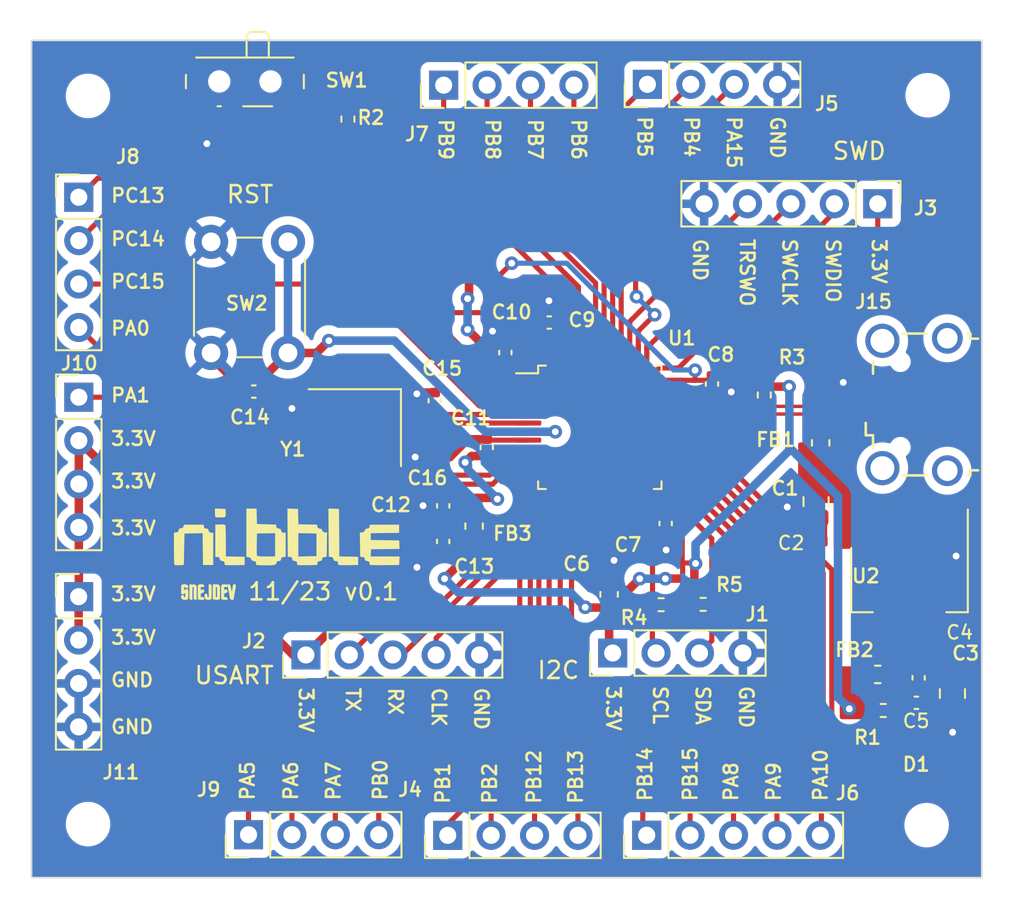
<source format=kicad_pcb>
(kicad_pcb (version 20221018) (generator pcbnew)
  (layers (0 "F.Cu" mixed) (31 "B.Cu" mixed) (34 "B.Paste" user) (35 "F.Paste" user) (36 "B.SilkS" user "B.Silkscreen") (37 "F.SilkS" user "F.Silkscreen") (38 "B.Mask" user) (39 "F.Mask" user) (44 "Edge.Cuts" user))
  (net 0 "")
  (net 1 "GND")
  (net 2 "Net-(U2-VO)")
  (net 3 "+3.3V")
  (net 4 "+3.3VA")
  (net 5 "/NRST")
  (net 6 "/RCC_OSC_IN")
  (net 7 "/RCC_OSC_OUT")
  (net 8 "Net-(D1-A)")
  (net 9 "VBUS")
  (net 10 "/I2C_SCL")
  (net 11 "/I2C_SDA")
  (net 12 "/USART2_TX")
  (net 13 "/USART2_RX")
  (net 14 "/USART2_CLK")
  (net 15 "/SWDIO")
  (net 16 "/SWCLK")
  (net 17 "/TRACESWO")
  (net 18 "PA0")
  (net 19 "PA1")
  (net 20 "PA5")
  (net 21 "PA6")
  (net 22 "PA7")
  (net 23 "PA8")
  (net 24 "PA9")
  (net 25 "PA10")
  (net 26 "PA15")
  (net 27 "PB0")
  (net 28 "PB1")
  (net 29 "PB2")
  (net 30 "PB4")
  (net 31 "PB5")
  (net 32 "PB6")
  (net 33 "PB7")
  (net 34 "PB8")
  (net 35 "PB9")
  (net 36 "PB12")
  (net 37 "PB13")
  (net 38 "PB14")
  (net 39 "PB15")
  (net 40 "PC13")
  (net 41 "PC14")
  (net 42 "PC15")
  (net 43 "/USB_D-")
  (net 44 "/USB_D+")
  (net 47 "Net-(SW1-A)")
  (net 48 "/BOOT0")
  (net 49 "Net-(U2-VI)")
  (footprint "Resistor_SMD:R_0402_1005Metric" (layer "F.Cu") (at 138.89 109.52)
    (fp_text reference "R1")
    (fp_text value "1k5")
  )
  (footprint "Button_Switch_THT:SW_PUSH_6mm" (layer "F.Cu") (at 99.56 88.6 90)
    (fp_text reference "SW2")
    (fp_text value "SW_Push")
  )
  (footprint "Package_TO_SOT_SMD:SOT-223-3_TabPin2" (layer "F.Cu") (at 140.43 101.86 -90)
    (fp_text reference "U2")
    (fp_text value "AMS1117-3.3")
  )
  (footprint "LOGO" (layer "F.Cu") (at 103.985692 99.186492)
    (fp_text reference "G***" hide)
    (fp_text value "LOGO" hide)
  )
  (footprint "Capacitor_SMD:C_0805_2012Metric" (layer "F.Cu") (at 142.94 108.53 -90)
    (fp_text reference "C3")
    (fp_text value "22u")
  )
  (footprint "LED_SMD:LED_0603_1608Metric" (layer "F.Cu") (at 140.8176 111.3028 180)
    (fp_text reference "D1")
    (fp_text value "LED")
  )
  (footprint "Connector_PinHeader_2.54mm:PinHeader_1x04_P2.54mm_Vertical" (layer "F.Cu") (at 113.4075 116.826 90)
    (fp_text reference "J4")
    (fp_text value "GPIO")
  )
  (footprint "Package_QFP:LQFP-48_7x7mm_P0.5mm" (layer "F.Cu") (at 122.3075 92.95)
    (fp_text reference "U1")
    (fp_text value "STM32F103C8Tx")
  )
  (footprint "Button_Switch_SMD:SW_SPDT_PCM12" (layer "F.Cu") (at 101.5375 73.045 180)
    (fp_text reference "SW1")
    (fp_text value "SW_SPDT")
  )
  (footprint "Capacitor_SMD:C_0402_1005Metric" (layer "F.Cu") (at 112.61 94.21 -90)
    (fp_text reference "C16")
    (fp_text value "10p")
  )
  (footprint "Inductor_SMD:L_0603_1608Metric" (layer "F.Cu") (at 138.57 107.41 180)
    (fp_text reference "FB2")
    (fp_text value "120R")
  )
  (footprint "Connector_PinHeader_2.54mm:PinHeader_1x04_P2.54mm_Vertical" (layer "F.Cu") (at 91.8175 79.488)
    (fp_text reference "J8")
    (fp_text value "GPIO")
  )
  (footprint "Connector_PinHeader_2.54mm:PinHeader_1x04_P2.54mm_Vertical" (layer "F.Cu") (at 91.82 91.19)
    (fp_text reference "J10")
    (fp_text value "GPIO")
  )
  (footprint "Resistor_SMD:R_0402_1005Metric" (layer "F.Cu") (at 131.93 91.06 -90)
    (fp_text reference "R3")
    (fp_text value "1K5")
  )
  (footprint "Capacitor_SMD:C_0402_1005Metric" (layer "F.Cu") (at 116.78 88.58 90)
    (fp_text reference "C10")
    (fp_text value "100n")
  )
  (footprint "Capacitor_SMD:C_0402_1005Metric" (layer "F.Cu") (at 102.06 90.86 180)
    (fp_text reference "C14")
    (fp_text value "0.1u")
  )
  (footprint "Capacitor_SMD:C_0603_1608Metric" (layer "F.Cu") (at 122.85 102.725 90)
    (fp_text reference "C6")
    (fp_text value "10u")
  )
  (footprint "Resistor_SMD:R_0402_1005Metric" (layer "F.Cu") (at 107.5655 74.916 90)
    (fp_text reference "R2")
    (fp_text value "10K")
  )
  (footprint "Resistor_SMD:R_0402_1005Metric" (layer "F.Cu") (at 128.35 103.31 180)
    (fp_text reference "R5")
    (fp_text value "1K5")
  )
  (footprint "Connector_PinHeader_2.54mm:PinHeader_1x05_P2.54mm_Vertical" (layer "F.Cu") (at 105.11 106.27 90)
    (fp_text reference "J2")
    (fp_text value "USART")
  )
  (footprint "Capacitor_SMD:C_0805_2012Metric" (layer "F.Cu") (at 134.96 97.3 -90)
    (fp_text reference "C1")
    (fp_text value "22u")
  )
  (footprint "Connector_PinHeader_2.54mm:PinHeader_1x04_P2.54mm_Vertical" (layer "F.Cu") (at 123.0595 106.158 90)
    (fp_text reference "J1")
    (fp_text value "I2C")
  )
  (footprint "MountingHole:MountingHole_2.2mm_M2" (layer "F.Cu") (at 92.3575 73.56)
    (fp_text reference "H2" hide)
    (fp_text value "MountingHole")
  )
  (footprint "Inductor_SMD:L_0603_1608Metric" (layer "F.Cu") (at 135.23 93.86 -90)
    (fp_text reference "FB1")
    (fp_text value "120R")
  )
  (footprint "Capacitor_SMD:C_0402_1005Metric" (layer "F.Cu") (at 135.8392 99.6188 180)
    (fp_text reference "C2")
    (fp_text value "0.1u")
  )
  (footprint "Connector_PinHeader_2.54mm:PinHeader_1x05_P2.54mm_Vertical" (layer "F.Cu") (at 125.05 116.82 90)
    (fp_text reference "J6")
    (fp_text value "GPIO")
  )
  (footprint "Resistor_SMD:R_0402_1005Metric" (layer "F.Cu") (at 125.893 103.33)
    (fp_text reference "R4")
    (fp_text value "1K5")
  )
  (footprint "Capacitor_SMD:C_0402_1005Metric" (layer "F.Cu") (at 140.96 107.61 -90)
    (fp_text reference "C4")
    (fp_text value "10n")
  )
  (footprint "Connector_PinHeader_2.54mm:PinHeader_1x05_P2.54mm_Vertical" (layer "F.Cu") (at 138.57 79.87 -90)
    (fp_text reference "J3")
    (fp_text value "SWD")
  )
  (footprint "Capacitor_SMD:C_0402_1005Metric" (layer "F.Cu") (at 115.69 94.13 90)
    (fp_text reference "C11")
    (fp_text value "10n")
  )
  (footprint "MountingHole:MountingHole_2.2mm_M2" (layer "F.Cu") (at 92.36 116.17)
    (fp_text reference "H1" hide)
    (fp_text value "MountingHole")
  )
  (footprint "Capacitor_SMD:C_0402_1005Metric" (layer "F.Cu") (at 113.14 99.63 -90)
    (fp_text reference "C13")
    (fp_text value "1u")
  )
  (footprint "Capacitor_SMD:C_0402_1005Metric" (layer "F.Cu") (at 113.144 97.5485 -90)
    (fp_text reference "C12")
    (fp_text value "1u")
  )
  (footprint "MountingHole:MountingHole_2.2mm_M2" (layer "F.Cu") (at 141.43 116.23)
    (fp_text reference "H4" hide)
    (fp_text value "MountingHole")
  )
  (footprint "Capacitor_SMD:C_0402_1005Metric" (layer "F.Cu") (at 126.16 98.58 -90)
    (fp_text reference "C7")
    (fp_text value "100n")
  )
  (footprint "Connector_PinHeader_2.54mm:PinHeader_1x04_P2.54mm_Vertical" (layer "F.Cu") (at 125.0915 72.884 90)
    (fp_text reference "J5")
    (fp_text value "GPIO")
  )
  (footprint "MountingHole:MountingHole_2.2mm_M2" (layer "F.Cu") (at 141.49 73.52)
    (fp_text reference "H3" hide)
    (fp_text value "MountingHole")
  )
  (footprint "Capacitor_SMD:C_0402_1005Metric" (layer "F.Cu") (at 140.83 109.07)
    (fp_text reference "C5")
    (fp_text value "0.1u")
  )
  (footprint "Connector_PinHeader_2.54mm:PinHeader_1x04_P2.54mm_Vertical" (layer "F.Cu") (at 113.17 72.93 90)
    (fp_text reference "J7")
    (fp_text value "GPIO")
  )
  (footprint "Connector_PinHeader_2.54mm:PinHeader_1x04_P2.54mm_Vertical" (layer "F.Cu") (at 91.81 102.86)
    (fp_text reference "J11")
    (fp_text value "PWR")
  )
  (footprint "LOGO" (layer "F.Cu") (at 99.368561 102.685781)
    (fp_text reference "G***" hide)
    (fp_text value "LOGO" hide)
  )
  (footprint "Capacitor_SMD:C_0402_1005Metric" (layer "F.Cu") (at 128.87 90.42 -90)
    (fp_text reference "C8")
    (fp_text value "100n")
  )
  (footprint "Connector_PinHeader_2.54mm:PinHeader_1x04_P2.54mm_Vertical" (layer "F.Cu") (at 101.75 116.79 90)
    (fp_text reference "J9")
    (fp_text value "GPIO")
  )
  (footprint "Capacitor_SMD:C_0402_1005Metric" (layer "F.Cu") (at 112.6455 91.398 90)
    (fp_text reference "C15")
    (fp_text value "10p")
  )
  (footprint "Inductor_SMD:L_0603_1608Metric" (layer "F.Cu") (at 114.95 98.73 -90)
    (fp_text reference "FB3")
    (fp_text value "120R")
  )
  (footprint "Capacitor_SMD:C_0402_1005Metric" (layer "F.Cu") (at 119.35 86.82)
    (fp_text reference "C9")
    (fp_text value "100n")
  )
  (footprint "Crystal:Crystal_SMD_3225-4Pin_3.2x2.5mm_HandSoldering" (layer "F.Cu") (at 107.97 92.97 180)
    (fp_text reference "Y1")
    (fp_text value "16Mhz")
  )
  (footprint "Connector_USB:USB_Micro-B_Wuerth_629105150521_CircularHoles" (layer "F.Cu") (at 140.6925 91.615 90)
    (fp_text reference "J15")
    (fp_text value "USB_B_Micro")
  )
  (gr_rect (start 89.0575 70.31) (end 144.6575 119.3) (stroke (width 0.1)) (fill none) (layer "Edge.Cuts"))
  (gr_text "PB8" (at 115.57 74.8284 270) (layer "F.SilkS") (effects (font (size 0.8 0.8)) (justify left bottom)))
  (gr_text "RST" (at 100.3808 79.9084) (layer "F.SilkS") (effects (font (size 1 1)) (justify left bottom)))
  (gr_text "CLK" (at 112.4204 108.1024 270) (layer "F.SilkS") (effects (font (size 0.8 0.8)) (justify left bottom)))
  (gr_text "PA8" (at 130.4544 114.9096 90) (layer "F.SilkS") (effects (font (size 0.8 0.8)) (justify left bottom)))
  (gr_text "PB14" (at 125.4252 114.9096 90) (layer "F.SilkS") (effects (font (size 0.8 0.8)) (justify left bottom)))
  (gr_text "PB0" (at 109.9312 114.8588 90) (layer "F.SilkS") (effects (font (size 0.8 0.8)) (justify left bottom)))
  (gr_text "I2C" (at 118.5672 107.7468) (layer "F.SilkS") (effects (font (size 1 1)) (justify left bottom)))
  (gr_text "PC15" (at 93.6244 84.8868) (layer "F.SilkS") (effects (font (size 0.8 0.8)) (justify left bottom)))
  (gr_text "PA5" (at 102.1588 114.8588 90) (layer "F.SilkS") (effects (font (size 0.8 0.8)) (justify left bottom)))
  (gr_text "USART" (at 98.5012 108.0516) (layer "F.SilkS") (effects (font (size 1 1)) (justify left bottom)))
  (gr_text "PB13" (at 121.3612 115.062 90) (layer "F.SilkS") (effects (font (size 0.8 0.8)) (justify left bottom)))
  (gr_text "PA10" (at 135.6868 114.9096 90) (layer "F.SilkS") (effects (font (size 0.8 0.8)) (justify left bottom)))
  (gr_text "TRSWO" (at 130.4544 81.8388 270) (layer "F.SilkS") (effects (font (size 0.8 0.8)) (justify left bottom)))
  (gr_text "3.3V" (at 93.6244 94.0816) (layer "F.SilkS") (effects (font (size 0.8 0.8)) (justify left bottom)))
  (gr_text "SWCLK" (at 132.9436 81.8388 270) (layer "F.SilkS") (effects (font (size 0.8 0.8)) (justify left bottom)))
  (gr_text "3.3V" (at 93.6244 96.5708) (layer "F.SilkS") (effects (font (size 0.8 0.8)) (justify left bottom)))
  (gr_text "PB6" (at 120.5992 74.8284 270) (layer "F.SilkS") (effects (font (size 0.8 0.8)) (justify left bottom)))
  (gr_text "GND" (at 93.6244 108.204) (layer "F.SilkS") (effects (font (size 0.8 0.8)) (justify left bottom)))
  (gr_text "PB12" (at 118.9228 115.062 90) (layer "F.SilkS") (effects (font (size 0.8 0.8)) (justify left bottom)))
  (gr_text "PA9" (at 132.9436 114.9096 90) (layer "F.SilkS") (effects (font (size 0.8 0.8)) (justify left bottom)))
  (gr_text "PC13" (at 93.6244 79.8576) (layer "F.SilkS") (effects (font (size 0.8 0.8)) (justify left bottom)))
  (gr_text "3.3V" (at 138.176 81.8388 270) (layer "F.SilkS") (effects (font (size 0.8 0.8)) (justify left bottom)))
  (gr_text "3.3V" (at 93.6244 103.1748) (layer "F.SilkS") (effects (font (size 0.8 0.8)) (justify left bottom)))
  (gr_text "PB4" (at 127.2032 74.676 270) (layer "F.SilkS") (effects (font (size 0.8 0.8)) (justify left bottom)))
  (gr_text "PA6" (at 104.6988 114.8588 90) (layer "F.SilkS") (effects (font (size 0.8 0.8)) (justify left bottom)))
  (gr_text "GND" (at 130.4036 108.0008 270) (layer "F.SilkS") (effects (font (size 0.8 0.8)) (justify left bottom)))
  (gr_text "SWDIO\n" (at 135.4836 81.8388 270) (layer "F.SilkS") (effects (font (size 0.8 0.8)) (justify left bottom)))
  (gr_text "3.3V" (at 93.6244 99.314) (layer "F.SilkS") (effects (font (size 0.8 0.8)) (justify left bottom)))
  (gr_text "GND" (at 114.9096 108.1024 270) (layer "F.SilkS") (effects (font (size 0.8 0.8)) (justify left bottom)))
  (gr_text "PA7" (at 107.188 114.8588 90) (layer "F.SilkS") (effects (font (size 0.8 0.8)) (justify left bottom)))
  (gr_text "PA15" (at 129.6924 74.676 270) (layer "F.SilkS") (effects (font (size 0.8 0.8)) (justify left bottom)))
  (gr_text "SDA" (at 127.8636 108.0008 270) (layer "F.SilkS") (effects (font (size 0.8 0.8)) (justify left bottom)))
  (gr_text "PB9" (at 112.8268 74.8284 270) (layer "F.SilkS") (effects (font (size 0.8 0.8)) (justify left bottom)))
  (gr_text "PB2" (at 116.332 115.062 90) (layer "F.SilkS") (effects (font (size 0.8 0.8)) (justify left bottom)))
  (gr_text "SWD" (at 135.8392 77.3684) (layer "F.SilkS") (effects (font (size 1 1)) (justify left bottom)))
  (gr_text "PA0\n" (at 93.6244 87.63) (layer "F.SilkS") (effects (font (size 0.8 0.8)) (justify left bottom)))
  (gr_text "GND" (at 93.6244 110.9472) (layer "F.SilkS") (effects (font (size 0.8 0.8)) (justify left bottom)))
  (gr_text "3.3V" (at 93.6244 105.7148) (layer "F.SilkS") (effects (font (size 0.8 0.8)) (justify left bottom)))
  (gr_text "3.3V" (at 122.6312 108.0008 270) (layer "F.SilkS") (effects (font (size 0.8 0.8)) (justify left bottom)))
  (gr_text "RX" (at 109.8804 108.1024 270) (layer "F.SilkS") (effects (font (size 0.8 0.8)) (justify left bottom)))
  (gr_text "GND" (at 132.2324 74.676 270) (layer "F.SilkS") (effects (font (size 0.8 0.8)) (justify left bottom)))
  (gr_text "GND" (at 127.7112 81.8388 270) (layer "F.SilkS") (effects (font (size 0.8 0.8)) (justify left bottom)))
  (gr_text "PB5" (at 124.46 74.676 270) (layer "F.SilkS") (effects (font (size 0.8 0.8)) (justify left bottom)))
  (gr_text "PB15\n" (at 128.0668 114.9096 90) (layer "F.SilkS") (effects (font (size 0.8 0.8)) (justify left bottom)))
  (gr_text "3.3V" (at 104.648 108.1024 270) (layer "F.SilkS") (effects (font (size 0.8 0.8)) (justify left bottom)))
  (gr_text "11/23 v0.1" (at 101.648892 103.148892) (layer "F.SilkS") (effects (font (size 1 1)) (justify left bottom)))
  (gr_text "PC14" (at 93.6244 82.3976) (layer "F.SilkS") (effects (font (size 0.8 0.8)) (justify left bottom)))
  (gr_text "PB7" (at 118.0592 74.8284 270) (layer "F.SilkS") (effects (font (size 0.8 0.8)) (justify left bottom)))
  (gr_text "PB1" (at 113.5888 115.062 90) (layer "F.SilkS") (effects (font (size 0.8 0.8)) (justify left bottom)))
  (gr_text "TX" (at 107.3912 108.1024 270) (layer "F.SilkS") (effects (font (size 0.8 0.8)) (justify left bottom)))
  (gr_text "PA1" (at 93.6244 91.5416) (layer "F.SilkS") (effects (font (size 0.8 0.8)) (justify left bottom)))
  (gr_text "SCL\n" (at 125.3744 108.0008 270) (layer "F.SilkS") (effects (font (size 0.8 0.8)) (justify left bottom)))
  (segment (start 119.83 86.048) (end 119.3292 85.5472) (width 0.3) (layer "F.Cu") (net 1))
  (segment (start 128.87 90.9) (end 129.9784 90.9) (width 0.3) (layer "F.Cu") (net 1))
  (segment (start 112.61 94.69) (end 111.5072 94.69) (width 0.5) (layer "F.Cu") (net 1))
  (segment (start 115.74 93.7) (end 118.145 93.7) (width 0.3) (layer "F.Cu") (net 1))
  (segment (start 115.69 93.65) (end 115.74 93.7) (width 0.3) (layer "F.Cu") (net 1))
  (segment (start 135.3592 99.6188) (end 135.3592 98.6492) (width 0.5) (layer "F.Cu") (net 1))
  (segment (start 142.73 98.71) (end 142.73 100.058) (width 0.3) (layer "F.Cu") (net 1))
  (segment (start 124.5575 97.951041) (end 125.666459 99.06) (width 0.3) (layer "F.Cu") (net 1))
  (segment (start 111.6724 90.918) (end 111.599512 90.990888) (width 0.5) (layer "F.Cu") (net 1))
  (segment (start 99.56 88.6) (end 99.56 88.84) (width 0.5) (layer "F.Cu") (net 1))
  (segment (start 126.47 90.7) (end 128.67 90.7) (width 0.3) (layer "F.Cu") (net 1))
  (segment (start 124.5575 97.1125) (end 124.5575 97.951041) (width 0.3) (layer "F.Cu") (net 1))
  (segment (start 136.5578 90.315) (end 136.5504 90.3224) (width 0.3) (layer "F.Cu") (net 1))
  (segment (start 125.666459 99.06) (end 126.16 99.06) (width 0.3) (layer "F.Cu") (net 1))
  (segment (start 112.4557 98.0285) (end 111.9632 97.536) (width 0.5) (layer "F.Cu") (net 1))
  (segment (start 99.56 88.84) (end 101.58 90.86) (width 0.5) (layer "F.Cu") (net 1))
  (segment (start 99.2875 74.475) (end 99.2875 76.3259) (width 0.5) (layer "F.Cu") (net 1))
  (segment (start 119.83 86.82) (end 119.83 86.048) (width 0.3) (layer "F.Cu") (net 1))
  (segment (start 120.0575 87.0475) (end 120.0575 88.7875) (width 0.3) (layer "F.Cu") (net 1))
  (segment (start 106.52 91.82) (end 104.3188 91.82) (width 0.5) (layer "F.Cu") (net 1))
  (segment (start 126.16 99.06) (end 126.16 100.0996) (width 0.3) (layer "F.Cu") (net 1))
  (segment (start 116.78 88.1) (end 116.78 88.078) (width 0.5) (layer "F.Cu") (net 1))
  (segment (start 112.6455 90.918) (end 111.6724 90.918) (width 0.5) (layer "F.Cu") (net 1))
  (segment (start 104.3188 91.82) (end 104.2924 91.8464) (width 0.5) (layer "F.Cu") (net 1))
  (segment (start 133.911272 98.25) (end 133.273636 97.612364) (width 0.5) (layer "F.Cu") (net 1))
  (segment (start 142.94 110.7836) (end 142.9512 110.7948) (width 0.3) (layer "F.Cu") (net 1))
  (segment (start 119.83 86.82) (end 120.0575 87.0475) (width 0.3) (layer "F.Cu") (net 1))
  (segment (start 128.67 90.7) (end 128.87 90.9) (width 0.3) (layer "F.Cu") (net 1))
  (segment (start 116.78 88.078) (end 116.0272 87.3252) (width 0.5) (layer "F.Cu") (net 1))
  (segment (start 142.94 109.48) (end 142.94 110.7836) (width 0.3) (layer "F.Cu") (net 1))
  (segment (start 99.2875 76.3259) (end 99.314 76.3524) (width 0.5) (layer "F.Cu") (net 1))
  (segment (start 142.73 100.058) (end 143.1544 100.4824) (width 0.3) (layer "F.Cu") (net 1))
  (segment (start 112.61 94.69) (end 113.538418 94.69) (width 0.5) (layer "F.Cu") (net 1))
  (segment (start 129.9784 90.9) (end 129.9972 90.8812) (width 0.3) (layer "F.Cu") (net 1))
  (segment (start 114.578418 93.65) (end 115.69 93.65) (width 0.5) (layer "F.Cu") (net 1))
  (segment (start 113.538418 94.69) (end 114.578418 93.65) (width 0.5) (layer "F.Cu") (net 1))
  (segment (start 135.3592 98.6492) (end 134.96 98.25) (width 0.5) (layer "F.Cu") (net 1))
  (segment (start 122.85 101.95) (end 122.85 101.0256) (width 0.3) (layer "F.Cu") (net 1))
  (segment (start 112.6404 100.11) (end 111.6076 101.1428) (width 0.5) (layer "F.Cu") (net 1))
  (segment (start 138.7925 90.315) (end 136.5578 90.315) (width 0.3) (layer "F.Cu") (net 1))
  (segment (start 113.14 100.11) (end 112.6404 100.11) (width 0.5) (layer "F.Cu") (net 1))
  (segment (start 106.52 91.82) (end 106.52 94.12) (width 0.5) (layer "F.Cu") (net 1))
  (segment (start 122.85 101.0256) (end 123.1392 100.7364) (width 0.3) (layer "F.Cu") (net 1))
  (segment (start 111.5072 94.69) (end 111.506 94.6912) (width 0.5) (layer "F.Cu") (net 1))
  (segment (start 134.96 98.25) (end 133.911272 98.25) (width 0.5) (layer "F.Cu") (net 1))
  (segment (start 126.16 100.0996) (end 126.1872 100.1268) (width 0.3) (layer "F.Cu") (net 1))
  (segment (start 113.144 98.0285) (end 112.4557 98.0285) (width 0.5) (layer "F.Cu") (net 1))
  (via (at 142.9512 110.7948) (size 0.8) (drill 0.4) (layers "F.Cu" "B.Cu") (net 1))
  (via (at 126.1872 100.1268) (size 0.8) (drill 0.4) (layers "F.Cu" "B.Cu") (net 1))
  (via (at 119.3292 85.5472) (size 0.8) (drill 0.4) (layers "F.Cu" "B.Cu") (net 1))
  (via (at 136.5504 90.3224) (size 0.8) (drill 0.4) (layers "F.Cu" "B.Cu") (net 1))
  (via (at 111.599512 90.990888) (size 0.8) (drill 0.4) (layers "F.Cu" "B.Cu") (net 1))
  (via (at 129.9972 90.8812) (size 0.8) (drill 0.4) (layers "F.Cu" "B.Cu") (net 1))
  (via (at 99.314 76.3524) (size 0.8) (drill 0.4) (layers "F.Cu" "B.Cu") (net 1))
  (via (at 116.0272 87.3252) (size 0.8) (drill 0.4) (layers "F.Cu" "B.Cu") (net 1))
  (via (at 143.1544 100.4824) (size 0.8) (drill 0.4) (layers "F.Cu" "B.Cu") (net 1))
  (via (at 111.506 94.6912) (size 0.8) (drill 0.4) (layers "F.Cu" "B.Cu") (net 1))
  (via (at 133.273636 97.612364) (size 0.8) (drill 0.4) (layers "F.Cu" "B.Cu") (net 1))
  (via (at 104.2924 91.8464) (size 0.8) (drill 0.4) (layers "F.Cu" "B.Cu") (net 1))
  (via (at 111.9632 97.536) (size 0.8) (drill 0.4) (layers "F.Cu" "B.Cu") (net 1))
  (via (at 111.6076 101.1428) (size 0.8) (drill 0.4) (layers "F.Cu" "B.Cu") (net 1))
  (via (at 123.1392 100.7364) (size 0.8) (drill 0.4) (layers "F.Cu" "B.Cu") (net 1))
  (segment (start 142.94 107.58) (end 142.67 107.31) (width 0.3) (layer "F.Cu") (net 2))
  (segment (start 127.8788 100.8888) (end 127.13 100.8888) (width 0.3) (layer "F.Cu") (net 3))
  (segment (start 127.1524 100.9112) (end 127.1524 103.3076) (width 0.3) (layer "F.Cu") (net 3))
  (segment (start 116.78 89.06) (end 117.005 89.06) (width 0.3) (layer "F.Cu") (net 3))
  (segment (start 126.16 98.1) (end 126.202965 98.1) (width 0.3) (layer "F.Cu") (net 3))
  (segment (start 91.82 93.73) (end 91.82 96.27) (width 0.5) (layer "F.Cu") (net 3))
  (segment (start 114.95 99.5175) (end 114.95 100.08) (width 0.5) (layer "F.Cu") (net 3))
  (segment (start 127.91 100.92) (end 127.8788 100.8888) (width 0.3) (layer "F.Cu") (net 3))
  (segment (start 114.655 82.605) (end 116.285 84.235) (width 0.5) (layer "F.Cu") (net 3))
  (segment (start 118.87 88.1) (end 118.87 86.82) (width 0.3) (layer "F.Cu") (net 3))
  (segment (start 121.47 103.5) (end 121.45 103.48) (width 0.5) (layer "F.Cu") (net 3))
  (segment (start 131.95 90.57) (end 131.93 90.55) (width 0.5) (layer "F.Cu") (net 3))
  (segment (start 138.38 109.52) (end 137.0028 109.52) (width 0.5) (layer "F.Cu") (net 3))
  (segment (start 91.82 93.73) (end 104.36 106.27) (width 0.5) (layer "F.Cu") (net 3))
  (segment (start 114.5825 99.15) (end 114.95 99.5175) (width 0.5) (layer "F.Cu") (net 3))
  (segment (start 127.13 100.8888) (end 127.1524 100.9112) (width 0.3) (layer "F.Cu") (net 3))
  (segment (start 122.9505 103.5) (end 124.6405 101.81) (width 0.5) (layer "F.Cu") (net 3))
  (segment (start 91.82 96.27) (end 91.82 98.81) (width 0.5) (layer "F.Cu") (net 3))
  (segment (start 116.285 84.215) (end 116.285 84.235) (width 0.3) (layer "F.Cu") (net 3))
  (segment (start 128.61 90.2) (end 128.87 89.94) (width 0.3) (layer "F.Cu") (net 3))
  (segment (start 116.285 84.235) (end 118.87 86.82) (width 0.5) (layer "F.Cu") (net 3))
  (segment (start 122.85 103.5) (end 121.47 103.5) (width 0.5) (layer "F.Cu") (net 3))
  (segment (start 105.11 106.27) (end 104.36 106.27) (width 0.5) (layer "F.Cu") (net 3))
  (segment (start 116.4 89.06) (end 116.78 89.06) (width 0.5) (layer "F.Cu") (net 3))
  (segment (start 107.5655 75.426) (end 107.5655 75.5155) (width 0.5) (layer "F.Cu") (net 3))
  (segment (start 131.93 90.55) (end 131.93 88.89) (width 0.3) (layer "F.Cu") (net 3))
  (segment (start 114.57 87.23) (end 116.4 89.06) (width 0.5) (layer "F.Cu") (net 3))
  (segment (start 127.13 99.027035) (end 127.13 100.8888) (width 0.3) (layer "F.Cu") (net 3))
  (segment (start 122.85 103.5) (end 122.85 105.9485) (width 0.5) (layer "F.Cu") (net 3))
  (segment (start 117.005 89.06) (end 118.145 90.2) (width 0.3) (layer "F.Cu") (net 3))
  (segment (start 113.14 99.15) (end 114.5825 99.15) (width 0.5) (layer "F.Cu") (net 3))
  (segment (start 126.202965 98.1) (end 127.13 99.027035) (width 0.3) (layer "F.Cu") (net 3))
  (segment (start 125.0575 97.1125) (end 125.1725 97.1125) (width 0.3) (layer "F.Cu") (net 3))
  (segment (start 127.88 89.61) (end 127.88 90.2) (width 0.3) (layer "F.Cu") (net 3))
  (segment (start 126.1395 101.81) (end 126.1463 101.8032) (width 0.5) (layer "F.Cu") (net 3))
  (segment (start 126.1463 101.8032) (end 127.13 101.8032) (width 0.5) (layer "F.Cu") (net 3))
  (segment (start 91.82 98.81) (end 91.82 102.85) (width 0.5) (layer "F.Cu") (net 3))
  (segment (start 131.93 88.89) (end 138.57 82.25) (width 0.3) (layer "F.Cu") (net 3))
  (segment (start 138.57 82.25) (end 138.57 79.87) (width 0.3) (layer "F.Cu") (net 3))
  (segment (start 126.47 90.2) (end 127.88 90.2) (width 0.3) (layer "F.Cu") (net 3))
  (segment (start 126.403 103.33) (end 127.13 103.33) (width 0.5) (layer "F.Cu") (net 3))
  (segment (start 127.88 90.2) (end 128.61 90.2) (width 0.3) (layer "F.Cu") (net 3))
  (segment (start 117.15 83.35) (end 116.285 84.215) (width 0.3) (layer "F.Cu") (net 3))
  (segment (start 127.84 103.31) (end 127.84 100.99) (width 0.5) (layer "F.Cu") (net 3))
  (segment (start 114.655 82.605) (end 114.655 85.335) (width 0.5) (layer "F.Cu") (net 3))
  (segment (start 91.82 102.85) (end 91.81 102.86) (width 0.5) (layer "F.Cu") (net 3))
  (segment (start 114.655 85.335) (end 114.57 85.42) (width 0.5) (layer "F.Cu") (net 3))
  (segment (start 107.5655 75.5155) (end 114.655 82.605) (width 0.5) (layer "F.Cu") (net 3))
  (segment (start 127.13 103.33) (end 127.82 103.33) (width 0.5) (layer "F.Cu") (net 3))
  (segment (start 131.32 89.94) (end 131.93 90.55) (width 0.3) (layer "F.Cu") (net 3))
  (segment (start 119.5575 88.7875) (end 118.87 88.1) (width 0.3) (layer "F.Cu") (net 3))
  (segment (start 91.81 102.86) (end 91.81 105.4) (width 0.5) (layer "F.Cu") (net 3))
  (segment (start 114.95 100.08) (end 113.22 101.81) (width 0.5) (layer "F.Cu") (net 3))
  (segment (start 133.38 90.57) (end 131.95 90.57) (width 0.5) (layer "F.Cu") (net 3))
  (segment (start 105.11 106.27) (end 112.23 99.15) (width 0.5) (layer "F.Cu") (net 3))
  (segment (start 128.87 89.94) (end 131.32 89.94) (width 0.3) (layer "F.Cu") (net 3))
  (segment (start 112.23 99.15) (end 113.14 99.15) (width 0.5) (layer "F.Cu") (net 3))
  (segment (start 122.85 103.5) (end 122.9505 103.5) (width 0.5) (layer "F.Cu") (net 3))
  (segment (start 127.1524 103.3076) (end 127.13 103.33) (width 0.3) (layer "F.Cu") (net 3))
  (segment (start 125.1725 97.1125) (end 126.16 98.1) (width 0.3) (layer "F.Cu") (net 3))
  (segment (start 137.0028 109.52) (end 136.906 109.4232) (width 0.5) (layer "F.Cu") (net 3))
  (segment (start 127.82 103.33) (end 127.84 103.31) (width 0.5) (layer "F.Cu") (net 3))
  (segment (start 122.85 105.9485) (end 123.0595 106.158) (width 0.5) (layer "F.Cu") (net 3))
  (segment (start 127.84 100.99) (end 127.91 100.92) (width 0.5) (layer "F.Cu") (net 3))
  (via (at 126.1395 101.81) (size 0.8) (drill 0.4) (layers "F.Cu" "B.Cu") (net 3))
  (via (at 114.57 85.42) (size 0.8) (drill 0.4) (layers "F.Cu" "B.Cu") (net 3))
  (via (at 114.57 87.23) (size 0.8) (drill 0.4) (layers "F.Cu" "B.Cu") (net 3))
  (via (at 133.38 90.57) (size 0.8) (drill 0.4) (layers "F.Cu" "B.Cu") (net 3))
  (via (at 121.45 103.48) (size 0.8) (drill 0.4) (layers "F.Cu" "B.Cu") (net 3))
  (via (at 127.91 100.92) (size 0.8) (drill 0.4) (layers "F.Cu" "B.Cu") (net 3))
  (via (at 124.6405 101.81) (size 0.8) (drill 0.4) (layers "F.Cu" "B.Cu") (net 3))
  (via (at 113.22 101.81) (size 0.8) (drill 0.4) (layers "F.Cu" "B.Cu") (net 3))
  (via (at 136.906 109.4232) (size 0.8) (drill 0.4) (layers "F.Cu" "B.Cu") (net 3))
  (via (at 127.88 89.61) (size 0.8) (drill 0.4) (layers "F.Cu" "B.Cu") (net 3))
  (via (at 117.15 83.35) (size 0.8) (drill 0.4) (layers "F.Cu" "B.Cu") (net 3))
  (segment (start 126.628177 89.594977) (end 120.3832 83.35) (width 0.3) (layer "B.Cu") (net 3))
  (segment (start 124.6405 101.81) (end 126.1395 101.81) (width 0.5) (layer "B.Cu") (net 3))
  (segment (start 133.4 94.1324) (end 136.2456 96.978) (width 0.5) (layer "B.Cu") (net 3))
  (segment (start 127.864977 89.594977) (end 126.628177 89.594977) (width 0.3) (layer "B.Cu") (net 3))
  (segment (start 127.88 89.61) (end 127.864977 89.594977) (width 0.3) (layer "B.Cu") (net 3))
  (segment (start 114.57 85.42) (end 114.57 87.23) (width 0.5) (layer "B.Cu") (net 3))
  (segment (start 136.2456 108.7628) (end 136.906 109.4232) (width 0.5) (layer "B.Cu") (net 3))
  (segment (start 120.3832 83.35) (end 117.15 83.35) (width 0.3) (layer "B.Cu") (net 3))
  (segment (start 136.2456 96.978) (end 136.2456 108.7628) (width 0.5) (layer "B.Cu") (net 3))
  (segment (start 133.4 94.29) (end 133.4 94.1324) (width 0.5) (layer "B.Cu") (net 3))
  (segment (start 120.58 102.61) (end 114.02 102.61) (width 0.5) (layer "B.Cu") (net 3))
  (segment (start 127.91 100.92) (end 127.91 99.78) (width 0.5) (layer "B.Cu") (net 3))
  (segment (start 133.4 94.1324) (end 133.4 90.59) (width 0.5) (layer "B.Cu") (net 3))
  (segment (start 133.4 90.59) (end 133.38 90.57) (width 0.5) (layer "B.Cu") (net 3))
  (segment (start 121.45 103.48) (end 120.58 102.61) (width 0.5) (layer "B.Cu") (net 3))
  (segment (start 127.91 99.78) (end 133.4 94.29) (width 0.5) (layer "B.Cu") (net 3))
  (segment (start 114.02 102.61) (end 113.22 101.81) (width 0.5) (layer "B.Cu") (net 3))
  (segment (start 116.7 94.2) (end 118.145 94.2) (width 0.3) (layer "F.Cu") (net 4))
  (segment (start 115.69 94.61) (end 116.29 94.61) (width 0.3) (layer "F.Cu") (net 4))
  (segment (start 114.0863 97.0788) (end 114.076 97.0685) (width 0.5) (layer "F.Cu") (net 4))
  (segment (start 116.29 94.61) (end 116.7 94.2) (width 0.3) (layer "F.Cu") (net 4))
  (segment (start 113.144 97.0685) (end 114.076 97.0685) (width 0.5) (layer "F.Cu") (net 4))
  (segment (start 114.076 97.0685) (end 114.95 97.9425) (width 0.5) (layer "F.Cu") (net 4))
  (segment (start 116.31 97.15) (end 116.2388 97.0788) (width 0.5) (layer "F.Cu") (net 4))
  (segment (start 114.43 95.0005) (end 114.8005 94.63) (width 0.5) (layer "F.Cu") (net 4))
  (segment (start 115.67 94.63) (end 115.69 94.61) (width 0.5) (layer "F.Cu") (net 4))
  (segment (start 114.8005 94.63) (end 115.67 94.63) (width 0.5) (layer "F.Cu") (net 4))
  (segment (start 116.2388 97.0788) (end 114.0863 97.0788) (width 0.5) (layer "F.Cu") (net 4))
  (via (at 114.43 95.0005) (size 0.8) (drill 0.4) (layers "F.Cu" "B.Cu") (net 4))
  (via (at 116.31 97.15) (size 0.8) (drill 0.4) (layers "F.Cu" "B.Cu") (net 4))
  (segment (start 114.43 95.0005) (end 114.59 95.1605) (width 0.5) (layer "B.Cu") (net 4))
  (segment (start 114.59 95.1605) (end 114.59 95.43) (width 0.5) (layer "B.Cu") (net 4))
  (segment (start 114.59 95.43) (end 116.31 97.15) (width 0.5) (layer "B.Cu") (net 4))
  (segment (start 105.73 88.6) (end 106.45 87.88) (width 0.5) (layer "F.Cu") (net 5))
  (segment (start 119.69 93.2) (end 119.7 93.21) (width 0.3) (layer "F.Cu") (net 5))
  (segment (start 102.54 90.86) (end 102.54 90.12) (width 0.5) (layer "F.Cu") (net 5))
  (segment (start 102.54 90.12) (end 104.06 88.6) (width 0.5) (layer "F.Cu") (net 5))
  (segment (start 104.06 88.6) (end 105.73 88.6) (width 0.5) (layer "F.Cu") (net 5))
  (segment (start 118.145 93.2) (end 119.69 93.2) (width 0.3) (layer "F.Cu") (net 5))
  (via (at 106.45 87.88) (size 0.8) (drill 0.4) (layers "F.Cu" "B.Cu") (net 5))
  (via (at 119.7 93.21) (size 0.8) (drill 0.4) (layers "F.Cu" "B.Cu") (net 5))
  (segment (start 106.45 87.88) (end 110.2828 87.88) (width 0.5) (layer "B.Cu") (net 5))
  (segment (start 115.6128 93.21) (end 119.7 93.21) (width 0.5) (layer "B.Cu") (net 5))
  (segment (start 104.06 88.6) (end 104.06 82.1) (width 0.5) (layer "B.Cu") (net 5))
  (segment (start 110.2828 87.88) (end 115.6128 93.21) (width 0.5) (layer "B.Cu") (net 5))
  (segment (start 112.9675 92.2) (end 118.145 92.2) (width 0.3) (layer "F.Cu") (net 6))
  (segment (start 109.42 91.82) (end 112.5875 91.82) (width 0.3) (layer "F.Cu") (net 6))
  (segment (start 112.5875 91.82) (end 112.6455 91.878) (width 0.3) (layer "F.Cu") (net 6))
  (segment (start 112.6455 91.878) (end 112.9675 92.2) (width 0.3) (layer "F.Cu") (net 6))
  (segment (start 109.42 94.12) (end 109.81 93.73) (width 0.3) (layer "F.Cu") (net 7))
  (segment (start 109.81 93.73) (end 112.61 93.73) (width 0.3) (layer "F.Cu") (net 7))
  (segment (start 112.61 93.73) (end 112.61 93.17) (width 0.3) (layer "F.Cu") (net 7))
  (segment (start 113.08 92.7) (end 118.145 92.7) (width 0.3) (layer "F.Cu") (net 7))
  (segment (start 112.61 93.17) (end 113.08 92.7) (width 0.3) (layer "F.Cu") (net 7))
  (segment (start 135.23 93.0725) (end 135.3625 92.94) (width 0.5) (layer "F.Cu") (net 9))
  (segment (start 135.3625 92.94) (end 138.7925 92.94) (width 0.5) (layer "F.Cu") (net 9))
  (segment (start 125.383 103.33) (end 125.383 105.9415) (width 0.3) (layer "F.Cu") (net 10))
  (segment (start 125.39 103.323) (end 125.383 103.33) (width 0.3) (layer "F.Cu") (net 10))
  (segment (start 123.5575 97.951041) (end 125.39 99.783541) (width 0.3) (layer "F.Cu") (net 10))
  (segment (start 123.5575 97.1125) (end 123.5575 97.951041) (width 0.3) (layer "F.Cu") (net 10))
  (segment (start 125.383 105.9415) (end 125.5995 106.158) (width 0.3) (layer "F.Cu") (net 10))
  (segment (start 125.39 99.783541) (end 125.39 103.323) (width 0.3) (layer "F.Cu") (net 10))
  (segment (start 125.31 95.92) (end 124.411459 95.92) (width 0.3) (layer "F.Cu") (net 11))
  (segment (start 128.86 103.31) (end 128.86 105.4375) (width 0.3) (layer "F.Cu") (net 11))
  (segment (start 128.86 99.47) (end 128.86 103.31) (width 0.3) (layer "F.Cu") (net 11))
  (segment (start 128.86 105.4375) (end 128.1395 106.158) (width 0.3) (layer "F.Cu") (net 11))
  (segment (start 125.31 95.92) (end 128.86 99.47) (width 0.3) (layer "F.Cu") (net 11))
  (segment (start 124.0575 96.273959) (end 124.0575 97.1125) (width 0.3) (layer "F.Cu") (net 11))
  (segment (start 124.411459 95.92) (end 124.0575 96.273959) (width 0.3) (layer "F.Cu") (net 11))
  (segment (start 107.65 106.27) (end 109.76 104.16) (width 0.3) (layer "F.Cu") (net 12))
  (segment (start 109.76 104.16) (end 112.08 104.16) (width 0.3) (layer "F.Cu") (net 12))
  (segment (start 112.08 104.16) (end 118.145 98.095) (width 0.3) (layer "F.Cu") (net 12))
  (segment (start 118.145 98.095) (end 118.145 95.7) (width 0.3) (layer "F.Cu") (net 12))
  (segment (start 110.74 106.27) (end 119.5575 97.4525) (width 0.3) (layer "F.Cu") (net 13))
  (segment (start 110.19 106.27) (end 110.74 106.27) (width 0.3) (layer "F.Cu") (net 13))
  (segment (start 119.5575 97.4525) (end 119.5575 97.1125) (width 0.3) (layer "F.Cu") (net 13))
  (segment (start 120.0575 97.951041) (end 120.0575 97.1125) (width 0.3) (layer "F.Cu") (net 14))
  (segment (start 112.73 106.27) (end 112.73 105.278541) (width 0.3) (layer "F.Cu") (net 14))
  (segment (start 112.73 105.278541) (end 120.0575 97.951041) (width 0.3) (layer "F.Cu") (net 14))
  (segment (start 125.78 89.48) (end 126.92 89.48) (width 0.3) (layer "F.Cu") (net 15))
  (segment (start 126.47 91.2) (end 125.25 91.2) (width 0.3) (layer "F.Cu") (net 15))
  (segment (start 136.03 80.37) (end 136.03 79.87) (width 0.3) (layer "F.Cu") (net 15))
  (segment (start 125.25 90.01) (end 125.78 89.48) (width 0.3) (layer "F.Cu") (net 15))
  (segment (start 125.25 91.2) (end 125.25 90.01) (width 0.3) (layer "F.Cu") (net 15))
  (segment (start 126.92 89.48) (end 136.03 80.37) (width 0.3) (layer "F.Cu") (net 15))
  (segment (start 125.0575 88.7875) (end 125.0575 88.3025) (width 0.3) (layer "F.Cu") (net 16))
  (segment (start 125.0575 88.3025) (end 133.49 79.87) (width 0.3) (layer "F.Cu") (net 16))
  (segment (start 124.0575 86.7625) (end 130.95 79.87) (width 0.3) (layer "F.Cu") (net 17))
  (segment (start 124.0575 88.7875) (end 124.0575 86.7625) (width 0.3) (layer "F.Cu") (net 17))
  (segment (start 116.907106 94.7) (end 115.857106 95.75) (width 0.3) (layer "F.Cu") (net 18))
  (segment (start 115.857106 95.75) (end 100.4595 95.75) (width 0.3) (layer "F.Cu") (net 18))
  (segment (start 100.4595 95.75) (end 91.8175 87.108) (width 0.3) (layer "F.Cu") (net 18))
  (segment (start 118.145 94.7) (end 116.907106 94.7) (width 0.3) (layer "F.Cu") (net 18))
  (segment (start 100.27 96.28) (end 95.18 91.19) (width 0.3) (layer "F.Cu") (net 19))
  (segment (start 118.145 95.2) (end 117.114212 95.2) (width 0.3) (layer "F.Cu") (net 19))
  (segment (start 95.18 91.19) (end 91.82 91.19) (width 0.3) (layer "F.Cu") (net 19))
  (segment (start 117.114212 95.2) (end 116.034212 96.28) (width 0.3) (layer "F.Cu") (net 19))
  (segment (start 116.034212 96.28) (end 100.27 96.28) (width 0.3) (layer "F.Cu") (net 19))
  (segment (start 120.5575 97.1125) (end 120.5575 98.158148) (width 0.3) (layer "F.Cu") (net 20))
  (segment (start 120.5575 98.158148) (end 117.62 101.095648) (width 0.3) (layer "F.Cu") (net 20))
  (segment (start 116.19 109.43) (end 107.71 109.43) (width 0.3) (layer "F.Cu") (net 20))
  (segment (start 117.62 101.095648) (end 117.62 108) (width 0.3) (layer "F.Cu") (net 20))
  (segment (start 107.71 109.43) (end 101.75 115.39) (width 0.3) (layer "F.Cu") (net 20))
  (segment (start 101.75 115.39) (end 101.75 116.79) (width 0.3) (layer "F.Cu") (net 20))
  (segment (start 117.62 108) (end 116.19 109.43) (width 0.3) (layer "F.Cu") (net 20))
  (segment (start 108.87 110.32) (end 104.29 114.9) (width 0.3) (layer "F.Cu") (net 21))
  (segment (start 104.29 114.9) (end 104.29 116.79) (width 0.3) (layer "F.Cu") (net 21))
  (segment (start 121.0575 98.365254) (end 118.24 101.182753) (width 0.3) (layer "F.Cu") (net 21))
  (segment (start 121.0575 97.1125) (end 121.0575 98.365254) (width 0.3) (layer "F.Cu") (net 21))
  (segment (start 118.24 108.27) (end 116.19 110.32) (width 0.3) (layer "F.Cu") (net 21))
  (segment (start 118.24 101.182753) (end 118.24 108.27) (width 0.3) (layer "F.Cu") (net 21))
  (segment (start 116.19 110.32) (end 108.87 110.32) (width 0.3) (layer "F.Cu") (net 21))
  (segment (start 106.83 114.18) (end 106.83 116.79) (width 0.3) (layer "F.Cu") (net 22))
  (segment (start 121.5575 98.57236) (end 118.74 101.38986) (width 0.3) (layer "F.Cu") (net 22))
  (segment (start 118.74 101.38986) (end 118.74 108.72) (width 0.3) (layer "F.Cu") (net 22))
  (segment (start 118.74 108.72) (end 116.26 111.2) (width 0.3) (layer "F.Cu") (net 22))
  (segment (start 116.26 111.2) (end 109.81 111.2) (width 0.3) (layer "F.Cu") (net 22))
  (segment (start 121.5575 97.1125) (end 121.5575 98.57236) (width 0.3) (layer "F.Cu") (net 22))
  (segment (start 109.81 111.2) (end 106.83 114.18) (width 0.3) (layer "F.Cu") (net 22))
  (segment (start 128.141318 93.7) (end 129.25 94.808682) (width 0.3) (layer "F.Cu") (net 23))
  (segment (start 134.88 101.692894) (end 134.88 109.491318) (width 0.3) (layer "F.Cu") (net 23))
  (segment (start 130.13 111.42) (end 130.13 116.82) (width 0.3) (layer "F.Cu") (net 23))
  (segment (start 129.25 94.808682) (end 129.25 96.062894) (width 0.3) (layer "F.Cu") (net 23))
  (segment (start 126.47 93.7) (end 128.141318 93.7) (width 0.3) (layer "F.Cu") (net 23))
  (segment (start 130.96 110.59) (end 130.13 111.42) (width 0.3) (layer "F.Cu") (net 23))
  (segment (start 133.781318 110.59) (end 130.96 110.59) (width 0.3) (layer "F.Cu") (net 23))
  (segment (start 129.25 96.062894) (end 134.88 101.692894) (width 0.3) (layer "F.Cu") (net 23))
  (segment (start 134.88 109.491318) (end 133.781318 110.59) (width 0.3) (layer "F.Cu") (net 23))
  (segment (start 126.47 93.2) (end 128.348424 93.2) (width 0.3) (layer "F.Cu") (net 24))
  (segment (start 132.67 111.86) (end 132.67 116.82) (width 0.3) (layer "F.Cu") (net 24))
  (segment (start 133.988424 111.09) (end 133.44 111.09) (width 0.3) (layer "F.Cu") (net 24))
  (segment (start 129.75 95.855788) (end 135.38 101.485788) (width 0.3) (layer "F.Cu") (net 24))
  (segment (start 135.38 109.698424) (end 133.988424 111.09) (width 0.3) (layer "F.Cu") (net 24))
  (segment (start 129.75 94.601576) (end 129.75 95.855788) (width 0.3) (layer "F.Cu") (net 24))
  (segment (start 135.38 101.485788) (end 135.38 109.698424) (width 0.3) (layer "F.Cu") (net 24))
  (segment (start 133.44 111.09) (end 132.67 111.86) (width 0.3) (layer "F.Cu") (net 24))
  (segment (start 128.348424 93.2) (end 129.75 94.601576) (width 0.3) (layer "F.Cu") (net 24))
  (segment (start 128.55553 92.7) (end 130.25 94.39447) (width 0.3) (layer "F.Cu") (net 25))
  (segment (start 135.27 116.76) (end 135.21 116.82) (width 0.3) (layer "F.Cu") (net 25))
  (segment (start 130.25 94.39447) (end 130.25 95.648682) (width 0.3) (layer "F.Cu") (net 25))
  (segment (start 126.47 92.7) (end 128.55553 92.7) (width 0.3) (layer "F.Cu") (net 25))
  (segment (start 135.88 101.278682) (end 135.88 109.90553) (width 0.3) (layer "F.Cu") (net 25))
  (segment (start 135.27 110.51553) (end 135.27 116.76) (width 0.3) (layer "F.Cu") (net 25))
  (segment (start 135.88 109.90553) (end 135.27 110.51553) (width 0.3) (layer "F.Cu") (net 25))
  (segment (start 130.25 95.648682) (end 135.88 101.278682) (width 0.3) (layer "F.Cu") (net 25))
  (segment (start 124.4 85.25) (end 124.4 78.66) (width 0.3) (layer "F.Cu") (net 26))
  (segment (start 124.5575 87.322454) (end 124.5575 88.7875) (width 0.3) (layer "F.Cu") (net 26))
  (segment (start 124.4 78.66) (end 130.1715 72.8885) (width 0.3) (layer "F.Cu") (net 26))
  (segment (start 124.455023 85.305023) (end 124.4 85.25) (width 0.3) (layer "F.Cu") (net 26))
  (segment (start 130.1715 72.8885) (end 130.1715 72.884) (width 0.3) (layer "F.Cu") (net 26))
  (segment (start 125.514977 86.364977) (end 124.5575 87.322454) (width 0.3) (layer "F.Cu") (net 26))
  (via (at 125.514977 86.364977) (size 0.8) (drill 0.4) (layers "F.Cu" "B.Cu") (net 26))
  (via (at 124.455023 85.305023) (size 0.8) (drill 0.4) (layers "F.Cu" "B.Cu") (net 26))
  (segment (start 125.514977 86.364977) (end 124.455023 85.305023) (width 0.3) (layer "B.Cu") (net 26))
  (segment (start 109.37 113.06) (end 109.37 116.79) (width 0.3) (layer "F.Cu") (net 27))
  (segment (start 122.0575 97.1125) (end 122.0575 98.779466) (width 0.3) (layer "F.Cu") (net 27))
  (segment (start 122.0575 98.779466) (end 119.34 101.496966) (width 0.3) (layer "F.Cu") (net 27))
  (segment (start 119.34 109.03) (end 116.43 111.94) (width 0.3) (layer "F.Cu") (net 27))
  (segment (start 116.43 111.94) (end 110.49 111.94) (width 0.3) (layer "F.Cu") (net 27))
  (segment (start 119.34 101.496966) (end 119.34 109.03) (width 0.3) (layer "F.Cu") (net 27))
  (segment (start 110.49 111.94) (end 109.37 113.06) (width 0.3) (layer "F.Cu") (net 27))
  (segment (start 119.99 101.7) (end 119.99 109.59) (width 0.3) (layer "F.Cu") (net 28))
  (segment (start 113.4075 116.1725) (end 113.4075 116.826) (width 0.3) (layer "F.Cu") (net 28))
  (segment (start 122.5575 97.1125) (end 122.5575 99.1325) (width 0.3) (layer "F.Cu") (net 28))
  (segment (start 119.99 109.59) (end 113.4075 116.1725) (width 0.3) (layer "F.Cu") (net 28))
  (segment (start 122.5575 99.1325) (end 119.99 101.7) (width 0.3) (layer "F.Cu") (net 28))
  (segment (start 123.0575 99.4725) (end 120.65 101.88) (width 0.3) (layer "F.Cu") (net 29))
  (segment (start 123.0575 97.1125) (end 123.0575 99.4725) (width 0.3) (layer "F.Cu") (net 29))
  (segment (start 120.65 109.99) (end 115.9475 114.6925) (width 0.3) (layer "F.Cu") (net 29))
  (segment (start 115.9475 114.6925) (end 115.9475 116.826) (width 0.3) (layer "F.Cu") (net 29))
  (segment (start 120.65 101.88) (end 120.65 109.99) (width 0.3) (layer "F.Cu") (net 29))
  (segment (start 123.5575 76.958) (end 127.6315 72.884) (width 0.3) (layer "F.Cu") (net 30))
  (segment (start 123.5575 88.7875) (end 123.5575 76.958) (width 0.3) (layer "F.Cu") (net 30))
  (segment (start 123.0575 88.7875) (end 123.0575 74.918) (width 0.3) (layer "F.Cu") (net 31))
  (segment (start 123.0575 74.918) (end 125.0915 72.884) (width 0.3) (layer "F.Cu") (net 31))
  (segment (start 120.79 82.09) (end 120.79 72.93) (width 0.3) (layer "F.Cu") (net 32))
  (segment (start 122.5575 88.7875) (end 122.5575 83.8575) (width 0.3) (layer "F.Cu") (net 32))
  (segment (start 122.5575 83.8575) (end 120.79 82.09) (width 0.3) (layer "F.Cu") (net 32))
  (segment (start 118.25 80.7) (end 118.25 72.93) (width 0.3) (layer "F.Cu") (net 33))
  (segment (start 122.0575 84.5075) (end 118.25 80.7) (width 0.3) (layer "F.Cu") (net 33))
  (segment (start 122.0575 88.7875) (end 122.0575 84.5075) (width 0.3) (layer "F.Cu") (net 33))
  (segment (start 121.0575 88.7875) (end 121.0575 84.7275) (width 0.3) (layer "F.Cu") (net 34))
  (segment (start 121.0575 84.7275) (end 115.71 79.38) (width 0.3) (layer "F.Cu") (net 34))
  (segment (start 115.71 79.38) (end 115.71 72.93) (width 0.3) (layer "F.Cu") (net 34))
  (segment (start 120.5575 88.7875) (end 120.5575 85.5375) (width 0.3) (layer "F.Cu") (net 35))
  (segment (start 113.17 78.15) (end 113.17 72.93) (width 0.3) (layer "F.Cu") (net 35))
  (segment (start 120.5575 85.5375) (end 113.17 78.15) (width 0.3) (layer "F.Cu") (net 35))
  (segment (start 126.47 95.7) (end 126.47 96.14) (width 0.3) (layer "F.Cu") (net 36))
  (segment (start 118.4875 113.1325) (end 118.4875 116.826) (width 0.3) (layer "F.Cu") (net 36))
  (segment (start 123.14 108.48) (end 118.4875 113.1325) (width 0.3) (layer "F.Cu") (net 36))
  (segment (start 132.86 108.48) (end 123.14 108.48) (width 0.3) (layer "F.Cu") (net 36))
  (segment (start 132.86 102.53) (end 132.86 108.48) (width 0.3) (layer "F.Cu") (net 36))
  (segment (start 126.47 96.14) (end 132.86 102.53) (width 0.3) (layer "F.Cu") (net 36))
  (segment (start 126.47 95.2) (end 127.52 95.2) (width 0.3) (layer "F.Cu") (net 37))
  (segment (start 127.75 95.43) (end 127.75 96.712894) (width 0.3) (layer "F.Cu") (net 37))
  (segment (start 123.32 109.01) (end 121.0275 111.3025) (width 0.3) (layer "F.Cu") (net 37))
  (segment (start 127.75 96.712894) (end 133.36 102.322894) (width 0.3) (layer "F.Cu") (net 37))
  (segment (start 121.0275 111.3025) (end 121.0275 116.826) (width 0.3) (layer "F.Cu") (net 37))
  (segment (start 133.36 102.322894) (end 133.36 108.71) (width 0.3) (layer "F.Cu") (net 37))
  (segment (start 133.36 108.71) (end 133.06 109.01) (width 0.3) (layer "F.Cu") (net 37))
  (segment (start 127.52 95.2) (end 127.75 95.43) (width 0.3) (layer "F.Cu") (net 37))
  (segment (start 133.06 109.01) (end 123.32 109.01) (width 0.3) (layer "F.Cu") (net 37))
  (segment (start 128.25 96.505788) (end 133.86 102.115788) (width 0.3) (layer "F.Cu") (net 38))
  (segment (start 133.86 109.097106) (end 133.367106 109.59) (width 0.3) (layer "F.Cu") (net 38))
  (segment (start 125.04 109.59) (end 124.82 109.81) (width 0.3) (layer "F.Cu") (net 38))
  (segment (start 124.82 109.81) (end 124.82 116.59) (width 0.3) (layer "F.Cu") (net 38))
  (segment (start 133.86 102.115788) (end 133.86 109.097106) (width 0.3) (layer "F.Cu") (net 38))
  (segment (start 133.367106 109.59) (end 125.04 109.59) (width 0.3) (layer "F.Cu") (net 38))
  (segment (start 124.82 116.59) (end 125.05 116.82) (width 0.3) (layer "F.Cu") (net 38))
  (segment (start 128.25 95.222894) (end 128.25 96.505788) (width 0.3) (layer "F.Cu") (net 38))
  (segment (start 127.727106 94.7) (end 128.25 95.222894) (width 0.3) (layer "F.Cu") (net 38))
  (segment (start 126.47 94.7) (end 127.727106 94.7) (width 0.3) (layer "F.Cu") (net 38))
  (segment (start 128.26 110.09) (end 127.59 110.76) (width 0.3) (layer "F.Cu") (net 39))
  (segment (start 134.38 109.284212) (end 133.574212 110.09) (width 0.3) (layer "F.Cu") (net 39))
  (segment (start 134.38 101.9) (end 134.38 109.284212) (width 0.3) (layer "F.Cu") (net 39))
  (segment (start 128.75 95.015788) (end 128.75 96.27) (width 0.3) (layer "F.Cu") (net 39))
  (segment (start 127.934212 94.2) (end 128.75 95.015788) (width 0.3) (layer "F.Cu") (net 39))
  (segment (start 133.574212 110.09) (end 128.26 110.09) (width 0.3) (layer "F.Cu") (net 39))
  (segment (start 128.75 96.27) (end 134.38 101.9) (width 0.3) (layer "F.Cu") (net 39))
  (segment (start 126.47 94.2) (end 127.934212 94.2) (width 0.3) (layer "F.Cu") (net 39))
  (segment (start 127.59 110.76) (end 127.59 116.82) (width 0.3) (layer "F.Cu") (net 39))
  (segment (start 116.64 90.7) (end 104.32 78.38) (width 0.3) (layer "F.Cu") (net 40))
  (segment (start 92.9255 78.38) (end 91.8175 79.488) (width 0.3) (layer "F.Cu") (net 40))
  (segment (start 118.145 90.7) (end 116.64 90.7) (width 0.3) (layer "F.Cu") (net 40))
  (segment (start 104.32 78.38) (end 92.9255 78.38) (width 0.3) (layer "F.Cu") (net 40))
  (segment (start 116.01 91.2) (end 104.14 79.33) (width 0.3) (layer "F.Cu") (net 41))
  (segment (start 104.14 79.33) (end 94.5155 79.33) (width 0.3) (layer "F.Cu") (net 41))
  (segment (start 94.5155 79.33) (end 91.8175 82.028) (width 0.3) (layer "F.Cu") (net 41))
  (segment (start 118.145 91.2) (end 116.01 91.2) (width 0.3) (layer "F.Cu") (net 41))
  (segment (start 108.128 84.568) (end 91.8175 84.568) (width 0.3) (layer "F.Cu") (net 42))
  (segment (start 118.145 91.7) (end 115.26 91.7) (width 0.3) (layer "F.Cu") (net 42))
  (segment (start 115.26 91.7) (end 108.128 84.568) (width 0.3) (layer "F.Cu") (net 42))
  (segment (start 126.495 92.175) (end 138.91 92.175) (width 0.2) (layer "F.Cu") (net 43))
  (segment (start 126.47 92.2) (end 126.495 92.175) (width 0.2) (layer "F.Cu") (net 43))
  (segment (start 126.495 91.725) (end 138.91 91.725) (width 0.2) (layer "F.Cu") (net 44))
  (segment (start 126.47 91.7) (end 126.495 91.725) (width 0.2) (layer "F.Cu") (net 44))
  (segment (start 104.2425 74.93) (end 107.0415 74.93) (width 0.3) (layer "F.Cu") (net 47))
  (segment (start 103.7875 74.475) (end 104.2425 74.93) (width 0.3) (layer "F.Cu") (net 47))
  (segment (start 107.0415 74.93) (end 107.5655 74.406) (width 0.3) (layer "F.Cu") (net 47))
  (segment (start 119.215 89.875) (end 117.847035 88.507035) (width 0.3) (layer "F.Cu") (net 48))
  (segment (start 116.33 86.24) (end 113.7 86.24) (width 0.3) (layer "F.Cu") (net 48))
  (segment (start 113.7 86.24) (end 101.935 74.475) (width 0.3) (layer "F.Cu") (net 48))
  (segment (start 121.308541 89.875) (end 119.215 89.875) (width 0.3) (layer "F.Cu") (net 48))
  (segment (start 121.5575 88.7875) (end 121.5575 89.626041) (width 0.3) (layer "F.Cu") (net 48))
  (segment (start 101.935 74.475) (end 100.7875 74.475) (width 0.3) (layer "F.Cu") (net 48))
  (segment (start 117.847035 87.757035) (end 116.33 86.24) (width 0.3) (layer "F.Cu") (net 48))
  (segment (start 117.847035 88.507035) (end 117.847035 87.757035) (width 0.3) (layer "F.Cu") (net 48))
  (segment (start 121.5575 89.626041) (end 121.308541 89.875) (width 0.3) (layer "F.Cu") (net 48))
  (segment (start 134.96 94.9175) (end 135.23 94.6475) (width 0.5) (layer "F.Cu") (net 49))
  (zone (net 1) (net_name "GND") (layer "F.Cu") (priority 2) (connect_pads yes (clearance 0.3)) (min_thickness 0.25) (fill yes (thermal_gap 0.5) (thermal_bridge_width 0.5))
    (polygon (pts (xy 140.5128 107.7976) (xy 141.3256 107.7976) (xy 142.0876 108.6612) (xy 144.1704 108.6612) (xy 144.1704 112.014) (xy 140.8176 112.014) (xy 140.8176 108.6104) (xy 140.5128 108.458)))
  )
  (zone (net 3) (net_name "+3.3V") (layer "F.Cu") (priority 5) (connect_pads yes (clearance 0.3)) (min_thickness 0.25) (fill yes (thermal_gap 0.5) (thermal_bridge_width 0.5))
    (polygon (pts (xy 138.2268 106.934) (xy 138.2268 108.3056) (xy 140.1064 108.3056) (xy 140.83 109.07) (xy 140.4112 109.6264) (xy 139.7508 109.0168) (xy 138.7348 109.0168) (xy 138.7348 110.0328) (xy 136.3472 110.0328) (xy 136.3472 106.934) (xy 137.16 106.934)))
  )
  (zone (net 2) (net_name "Net-(U2-VO)") (layer "F.Cu") (priority 1) (connect_pads yes (clearance 0.3)) (min_thickness 0.25) (fill yes (thermal_gap 0.5) (thermal_bridge_width 0.5))
    (polygon (pts (xy 138.3284 103.8352) (xy 144.1196 103.8352) (xy 144.018 108.2548) (xy 141.9352 108.204) (xy 141.3764 107.5436) (xy 140.208 107.5436) (xy 139.9032 108.204) (xy 138.5316 108.1532)))
  )
  (zone (net 49) (net_name "Net-(U2-VI)") (layer "F.Cu") (priority 4) (connect_pads yes (clearance 0.3)) (min_thickness 0.25) (fill yes (thermal_gap 0.5) (thermal_bridge_width 0.5))
    (polygon (pts (xy 138.9888 100.0252) (xy 135.9916 100.076) (xy 135.9916 97.3836) (xy 133.9088 97.3836) (xy 133.9088 93.8276) (xy 136.0424 93.8276) (xy 137.3632 97.282) (xy 138.9888 97.282)))
  )
  (zone (net 8) (net_name "Net-(D1-A)") (layer "F.Cu") (priority 6) (connect_pads yes (clearance 0.3)) (min_thickness 0.25) (fill yes (thermal_gap 0.5) (thermal_bridge_width 0.5))
    (polygon (pts (xy 139.0396 109.1692) (xy 139.8016 109.1692) (xy 139.8016 110.6424) (xy 140.6144 110.6424) (xy 140.6144 112.0648) (xy 139.0396 112.014)))
  )
  (zone (net 2) (net_name "Net-(U2-VO)") (layer "F.Cu") (priority 3) (connect_pads yes (clearance 0.3)) (min_thickness 0.25) (fill yes (thermal_gap 0.5) (thermal_bridge_width 0.5))
    (polygon (pts (xy 138.3284 103.8352) (xy 139.2936 100.076) (xy 139.2936 97.1296) (xy 141.5796 97.1296) (xy 141.5796 100.0252) (xy 144.1196 103.8352)))
  )
  (zone (net 1) (net_name "GND") (layer "B.Cu") (connect_pads (clearance 0.5)) (min_thickness 0.25) (fill yes (thermal_gap 0.5) (thermal_bridge_width 0.5))
    (polygon (pts (xy 87.9856 69.342) (xy 146.6088 69.9008) (xy 145.6944 120.8024) (xy 88.1888 120.4468) (xy 88.2396 69.342)))
  )
)
</source>
